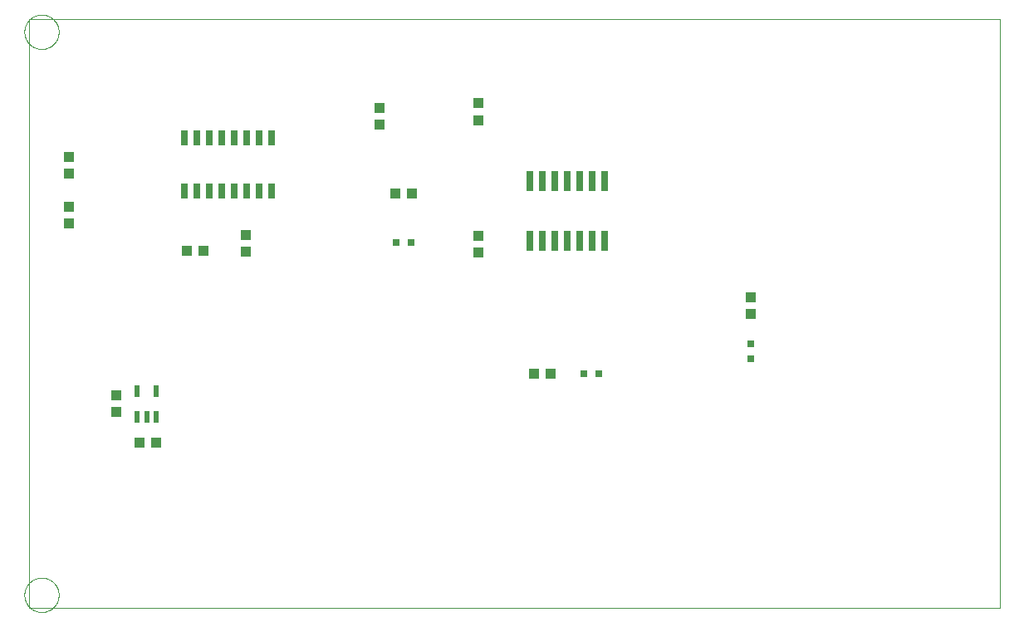
<source format=gtp>
G75*
%MOIN*%
%OFA0B0*%
%FSLAX25Y25*%
%IPPOS*%
%LPD*%
%AMOC8*
5,1,8,0,0,1.08239X$1,22.5*
%
%ADD10C,0.00000*%
%ADD11R,0.03937X0.04331*%
%ADD12R,0.04331X0.03937*%
%ADD13R,0.02165X0.04724*%
%ADD14R,0.02500X0.06000*%
%ADD15R,0.03150X0.03150*%
%ADD16R,0.02600X0.08000*%
D10*
X0003500Y0003500D02*
X0003500Y0239720D01*
X0393264Y0239720D01*
X0393264Y0003500D01*
X0003500Y0003500D01*
X0001728Y0008618D02*
X0001730Y0008787D01*
X0001736Y0008956D01*
X0001747Y0009125D01*
X0001761Y0009293D01*
X0001780Y0009461D01*
X0001803Y0009629D01*
X0001829Y0009796D01*
X0001860Y0009962D01*
X0001895Y0010128D01*
X0001934Y0010292D01*
X0001978Y0010456D01*
X0002025Y0010618D01*
X0002076Y0010779D01*
X0002131Y0010939D01*
X0002190Y0011098D01*
X0002252Y0011255D01*
X0002319Y0011410D01*
X0002390Y0011564D01*
X0002464Y0011716D01*
X0002542Y0011866D01*
X0002623Y0012014D01*
X0002708Y0012160D01*
X0002797Y0012304D01*
X0002889Y0012446D01*
X0002985Y0012585D01*
X0003084Y0012722D01*
X0003186Y0012857D01*
X0003292Y0012989D01*
X0003401Y0013118D01*
X0003513Y0013245D01*
X0003628Y0013369D01*
X0003746Y0013490D01*
X0003867Y0013608D01*
X0003991Y0013723D01*
X0004118Y0013835D01*
X0004247Y0013944D01*
X0004379Y0014050D01*
X0004514Y0014152D01*
X0004651Y0014251D01*
X0004790Y0014347D01*
X0004932Y0014439D01*
X0005076Y0014528D01*
X0005222Y0014613D01*
X0005370Y0014694D01*
X0005520Y0014772D01*
X0005672Y0014846D01*
X0005826Y0014917D01*
X0005981Y0014984D01*
X0006138Y0015046D01*
X0006297Y0015105D01*
X0006457Y0015160D01*
X0006618Y0015211D01*
X0006780Y0015258D01*
X0006944Y0015302D01*
X0007108Y0015341D01*
X0007274Y0015376D01*
X0007440Y0015407D01*
X0007607Y0015433D01*
X0007775Y0015456D01*
X0007943Y0015475D01*
X0008111Y0015489D01*
X0008280Y0015500D01*
X0008449Y0015506D01*
X0008618Y0015508D01*
X0008787Y0015506D01*
X0008956Y0015500D01*
X0009125Y0015489D01*
X0009293Y0015475D01*
X0009461Y0015456D01*
X0009629Y0015433D01*
X0009796Y0015407D01*
X0009962Y0015376D01*
X0010128Y0015341D01*
X0010292Y0015302D01*
X0010456Y0015258D01*
X0010618Y0015211D01*
X0010779Y0015160D01*
X0010939Y0015105D01*
X0011098Y0015046D01*
X0011255Y0014984D01*
X0011410Y0014917D01*
X0011564Y0014846D01*
X0011716Y0014772D01*
X0011866Y0014694D01*
X0012014Y0014613D01*
X0012160Y0014528D01*
X0012304Y0014439D01*
X0012446Y0014347D01*
X0012585Y0014251D01*
X0012722Y0014152D01*
X0012857Y0014050D01*
X0012989Y0013944D01*
X0013118Y0013835D01*
X0013245Y0013723D01*
X0013369Y0013608D01*
X0013490Y0013490D01*
X0013608Y0013369D01*
X0013723Y0013245D01*
X0013835Y0013118D01*
X0013944Y0012989D01*
X0014050Y0012857D01*
X0014152Y0012722D01*
X0014251Y0012585D01*
X0014347Y0012446D01*
X0014439Y0012304D01*
X0014528Y0012160D01*
X0014613Y0012014D01*
X0014694Y0011866D01*
X0014772Y0011716D01*
X0014846Y0011564D01*
X0014917Y0011410D01*
X0014984Y0011255D01*
X0015046Y0011098D01*
X0015105Y0010939D01*
X0015160Y0010779D01*
X0015211Y0010618D01*
X0015258Y0010456D01*
X0015302Y0010292D01*
X0015341Y0010128D01*
X0015376Y0009962D01*
X0015407Y0009796D01*
X0015433Y0009629D01*
X0015456Y0009461D01*
X0015475Y0009293D01*
X0015489Y0009125D01*
X0015500Y0008956D01*
X0015506Y0008787D01*
X0015508Y0008618D01*
X0015506Y0008449D01*
X0015500Y0008280D01*
X0015489Y0008111D01*
X0015475Y0007943D01*
X0015456Y0007775D01*
X0015433Y0007607D01*
X0015407Y0007440D01*
X0015376Y0007274D01*
X0015341Y0007108D01*
X0015302Y0006944D01*
X0015258Y0006780D01*
X0015211Y0006618D01*
X0015160Y0006457D01*
X0015105Y0006297D01*
X0015046Y0006138D01*
X0014984Y0005981D01*
X0014917Y0005826D01*
X0014846Y0005672D01*
X0014772Y0005520D01*
X0014694Y0005370D01*
X0014613Y0005222D01*
X0014528Y0005076D01*
X0014439Y0004932D01*
X0014347Y0004790D01*
X0014251Y0004651D01*
X0014152Y0004514D01*
X0014050Y0004379D01*
X0013944Y0004247D01*
X0013835Y0004118D01*
X0013723Y0003991D01*
X0013608Y0003867D01*
X0013490Y0003746D01*
X0013369Y0003628D01*
X0013245Y0003513D01*
X0013118Y0003401D01*
X0012989Y0003292D01*
X0012857Y0003186D01*
X0012722Y0003084D01*
X0012585Y0002985D01*
X0012446Y0002889D01*
X0012304Y0002797D01*
X0012160Y0002708D01*
X0012014Y0002623D01*
X0011866Y0002542D01*
X0011716Y0002464D01*
X0011564Y0002390D01*
X0011410Y0002319D01*
X0011255Y0002252D01*
X0011098Y0002190D01*
X0010939Y0002131D01*
X0010779Y0002076D01*
X0010618Y0002025D01*
X0010456Y0001978D01*
X0010292Y0001934D01*
X0010128Y0001895D01*
X0009962Y0001860D01*
X0009796Y0001829D01*
X0009629Y0001803D01*
X0009461Y0001780D01*
X0009293Y0001761D01*
X0009125Y0001747D01*
X0008956Y0001736D01*
X0008787Y0001730D01*
X0008618Y0001728D01*
X0008449Y0001730D01*
X0008280Y0001736D01*
X0008111Y0001747D01*
X0007943Y0001761D01*
X0007775Y0001780D01*
X0007607Y0001803D01*
X0007440Y0001829D01*
X0007274Y0001860D01*
X0007108Y0001895D01*
X0006944Y0001934D01*
X0006780Y0001978D01*
X0006618Y0002025D01*
X0006457Y0002076D01*
X0006297Y0002131D01*
X0006138Y0002190D01*
X0005981Y0002252D01*
X0005826Y0002319D01*
X0005672Y0002390D01*
X0005520Y0002464D01*
X0005370Y0002542D01*
X0005222Y0002623D01*
X0005076Y0002708D01*
X0004932Y0002797D01*
X0004790Y0002889D01*
X0004651Y0002985D01*
X0004514Y0003084D01*
X0004379Y0003186D01*
X0004247Y0003292D01*
X0004118Y0003401D01*
X0003991Y0003513D01*
X0003867Y0003628D01*
X0003746Y0003746D01*
X0003628Y0003867D01*
X0003513Y0003991D01*
X0003401Y0004118D01*
X0003292Y0004247D01*
X0003186Y0004379D01*
X0003084Y0004514D01*
X0002985Y0004651D01*
X0002889Y0004790D01*
X0002797Y0004932D01*
X0002708Y0005076D01*
X0002623Y0005222D01*
X0002542Y0005370D01*
X0002464Y0005520D01*
X0002390Y0005672D01*
X0002319Y0005826D01*
X0002252Y0005981D01*
X0002190Y0006138D01*
X0002131Y0006297D01*
X0002076Y0006457D01*
X0002025Y0006618D01*
X0001978Y0006780D01*
X0001934Y0006944D01*
X0001895Y0007108D01*
X0001860Y0007274D01*
X0001829Y0007440D01*
X0001803Y0007607D01*
X0001780Y0007775D01*
X0001761Y0007943D01*
X0001747Y0008111D01*
X0001736Y0008280D01*
X0001730Y0008449D01*
X0001728Y0008618D01*
X0001728Y0234602D02*
X0001730Y0234771D01*
X0001736Y0234940D01*
X0001747Y0235109D01*
X0001761Y0235277D01*
X0001780Y0235445D01*
X0001803Y0235613D01*
X0001829Y0235780D01*
X0001860Y0235946D01*
X0001895Y0236112D01*
X0001934Y0236276D01*
X0001978Y0236440D01*
X0002025Y0236602D01*
X0002076Y0236763D01*
X0002131Y0236923D01*
X0002190Y0237082D01*
X0002252Y0237239D01*
X0002319Y0237394D01*
X0002390Y0237548D01*
X0002464Y0237700D01*
X0002542Y0237850D01*
X0002623Y0237998D01*
X0002708Y0238144D01*
X0002797Y0238288D01*
X0002889Y0238430D01*
X0002985Y0238569D01*
X0003084Y0238706D01*
X0003186Y0238841D01*
X0003292Y0238973D01*
X0003401Y0239102D01*
X0003513Y0239229D01*
X0003628Y0239353D01*
X0003746Y0239474D01*
X0003867Y0239592D01*
X0003991Y0239707D01*
X0004118Y0239819D01*
X0004247Y0239928D01*
X0004379Y0240034D01*
X0004514Y0240136D01*
X0004651Y0240235D01*
X0004790Y0240331D01*
X0004932Y0240423D01*
X0005076Y0240512D01*
X0005222Y0240597D01*
X0005370Y0240678D01*
X0005520Y0240756D01*
X0005672Y0240830D01*
X0005826Y0240901D01*
X0005981Y0240968D01*
X0006138Y0241030D01*
X0006297Y0241089D01*
X0006457Y0241144D01*
X0006618Y0241195D01*
X0006780Y0241242D01*
X0006944Y0241286D01*
X0007108Y0241325D01*
X0007274Y0241360D01*
X0007440Y0241391D01*
X0007607Y0241417D01*
X0007775Y0241440D01*
X0007943Y0241459D01*
X0008111Y0241473D01*
X0008280Y0241484D01*
X0008449Y0241490D01*
X0008618Y0241492D01*
X0008787Y0241490D01*
X0008956Y0241484D01*
X0009125Y0241473D01*
X0009293Y0241459D01*
X0009461Y0241440D01*
X0009629Y0241417D01*
X0009796Y0241391D01*
X0009962Y0241360D01*
X0010128Y0241325D01*
X0010292Y0241286D01*
X0010456Y0241242D01*
X0010618Y0241195D01*
X0010779Y0241144D01*
X0010939Y0241089D01*
X0011098Y0241030D01*
X0011255Y0240968D01*
X0011410Y0240901D01*
X0011564Y0240830D01*
X0011716Y0240756D01*
X0011866Y0240678D01*
X0012014Y0240597D01*
X0012160Y0240512D01*
X0012304Y0240423D01*
X0012446Y0240331D01*
X0012585Y0240235D01*
X0012722Y0240136D01*
X0012857Y0240034D01*
X0012989Y0239928D01*
X0013118Y0239819D01*
X0013245Y0239707D01*
X0013369Y0239592D01*
X0013490Y0239474D01*
X0013608Y0239353D01*
X0013723Y0239229D01*
X0013835Y0239102D01*
X0013944Y0238973D01*
X0014050Y0238841D01*
X0014152Y0238706D01*
X0014251Y0238569D01*
X0014347Y0238430D01*
X0014439Y0238288D01*
X0014528Y0238144D01*
X0014613Y0237998D01*
X0014694Y0237850D01*
X0014772Y0237700D01*
X0014846Y0237548D01*
X0014917Y0237394D01*
X0014984Y0237239D01*
X0015046Y0237082D01*
X0015105Y0236923D01*
X0015160Y0236763D01*
X0015211Y0236602D01*
X0015258Y0236440D01*
X0015302Y0236276D01*
X0015341Y0236112D01*
X0015376Y0235946D01*
X0015407Y0235780D01*
X0015433Y0235613D01*
X0015456Y0235445D01*
X0015475Y0235277D01*
X0015489Y0235109D01*
X0015500Y0234940D01*
X0015506Y0234771D01*
X0015508Y0234602D01*
X0015506Y0234433D01*
X0015500Y0234264D01*
X0015489Y0234095D01*
X0015475Y0233927D01*
X0015456Y0233759D01*
X0015433Y0233591D01*
X0015407Y0233424D01*
X0015376Y0233258D01*
X0015341Y0233092D01*
X0015302Y0232928D01*
X0015258Y0232764D01*
X0015211Y0232602D01*
X0015160Y0232441D01*
X0015105Y0232281D01*
X0015046Y0232122D01*
X0014984Y0231965D01*
X0014917Y0231810D01*
X0014846Y0231656D01*
X0014772Y0231504D01*
X0014694Y0231354D01*
X0014613Y0231206D01*
X0014528Y0231060D01*
X0014439Y0230916D01*
X0014347Y0230774D01*
X0014251Y0230635D01*
X0014152Y0230498D01*
X0014050Y0230363D01*
X0013944Y0230231D01*
X0013835Y0230102D01*
X0013723Y0229975D01*
X0013608Y0229851D01*
X0013490Y0229730D01*
X0013369Y0229612D01*
X0013245Y0229497D01*
X0013118Y0229385D01*
X0012989Y0229276D01*
X0012857Y0229170D01*
X0012722Y0229068D01*
X0012585Y0228969D01*
X0012446Y0228873D01*
X0012304Y0228781D01*
X0012160Y0228692D01*
X0012014Y0228607D01*
X0011866Y0228526D01*
X0011716Y0228448D01*
X0011564Y0228374D01*
X0011410Y0228303D01*
X0011255Y0228236D01*
X0011098Y0228174D01*
X0010939Y0228115D01*
X0010779Y0228060D01*
X0010618Y0228009D01*
X0010456Y0227962D01*
X0010292Y0227918D01*
X0010128Y0227879D01*
X0009962Y0227844D01*
X0009796Y0227813D01*
X0009629Y0227787D01*
X0009461Y0227764D01*
X0009293Y0227745D01*
X0009125Y0227731D01*
X0008956Y0227720D01*
X0008787Y0227714D01*
X0008618Y0227712D01*
X0008449Y0227714D01*
X0008280Y0227720D01*
X0008111Y0227731D01*
X0007943Y0227745D01*
X0007775Y0227764D01*
X0007607Y0227787D01*
X0007440Y0227813D01*
X0007274Y0227844D01*
X0007108Y0227879D01*
X0006944Y0227918D01*
X0006780Y0227962D01*
X0006618Y0228009D01*
X0006457Y0228060D01*
X0006297Y0228115D01*
X0006138Y0228174D01*
X0005981Y0228236D01*
X0005826Y0228303D01*
X0005672Y0228374D01*
X0005520Y0228448D01*
X0005370Y0228526D01*
X0005222Y0228607D01*
X0005076Y0228692D01*
X0004932Y0228781D01*
X0004790Y0228873D01*
X0004651Y0228969D01*
X0004514Y0229068D01*
X0004379Y0229170D01*
X0004247Y0229276D01*
X0004118Y0229385D01*
X0003991Y0229497D01*
X0003867Y0229612D01*
X0003746Y0229730D01*
X0003628Y0229851D01*
X0003513Y0229975D01*
X0003401Y0230102D01*
X0003292Y0230231D01*
X0003186Y0230363D01*
X0003084Y0230498D01*
X0002985Y0230635D01*
X0002889Y0230774D01*
X0002797Y0230916D01*
X0002708Y0231060D01*
X0002623Y0231206D01*
X0002542Y0231354D01*
X0002464Y0231504D01*
X0002390Y0231656D01*
X0002319Y0231810D01*
X0002252Y0231965D01*
X0002190Y0232122D01*
X0002131Y0232281D01*
X0002076Y0232441D01*
X0002025Y0232602D01*
X0001978Y0232764D01*
X0001934Y0232928D01*
X0001895Y0233092D01*
X0001860Y0233258D01*
X0001829Y0233424D01*
X0001803Y0233591D01*
X0001780Y0233759D01*
X0001761Y0233927D01*
X0001747Y0234095D01*
X0001736Y0234264D01*
X0001730Y0234433D01*
X0001728Y0234602D01*
D11*
X0019612Y0184489D03*
X0019612Y0177796D03*
X0019600Y0164369D03*
X0019600Y0157676D03*
X0066889Y0146773D03*
X0073581Y0146773D03*
X0090722Y0146312D03*
X0090722Y0153005D03*
X0150482Y0169887D03*
X0157175Y0169887D03*
X0184079Y0199207D03*
X0184079Y0205900D03*
X0206150Y0097543D03*
X0212843Y0097543D03*
X0038630Y0088688D03*
X0038630Y0081995D03*
D12*
X0047809Y0069769D03*
X0054502Y0069769D03*
X0183943Y0145933D03*
X0183943Y0152625D03*
X0144133Y0197334D03*
X0144133Y0204027D03*
X0293241Y0128122D03*
X0293241Y0121429D03*
D13*
X0054577Y0090457D03*
X0047097Y0090457D03*
X0047097Y0080220D03*
X0050837Y0080220D03*
X0054577Y0080220D03*
D14*
X0065950Y0170805D03*
X0070950Y0170805D03*
X0075950Y0170805D03*
X0080950Y0170805D03*
X0085950Y0170805D03*
X0090950Y0170805D03*
X0095950Y0170805D03*
X0100950Y0170805D03*
X0100950Y0192026D03*
X0095950Y0192026D03*
X0090950Y0192026D03*
X0085950Y0192026D03*
X0080950Y0192026D03*
X0075950Y0192026D03*
X0070950Y0192026D03*
X0065950Y0192026D03*
D15*
X0150876Y0150202D03*
X0156781Y0150202D03*
X0226250Y0097438D03*
X0232156Y0097438D03*
X0293124Y0103446D03*
X0293124Y0109352D03*
D16*
X0234747Y0150672D03*
X0229747Y0150672D03*
X0224747Y0150672D03*
X0219747Y0150672D03*
X0214747Y0150672D03*
X0209747Y0150672D03*
X0204747Y0150672D03*
X0204747Y0174872D03*
X0209747Y0174872D03*
X0214747Y0174872D03*
X0219747Y0174872D03*
X0224747Y0174872D03*
X0229747Y0174872D03*
X0234747Y0174872D03*
M02*

</source>
